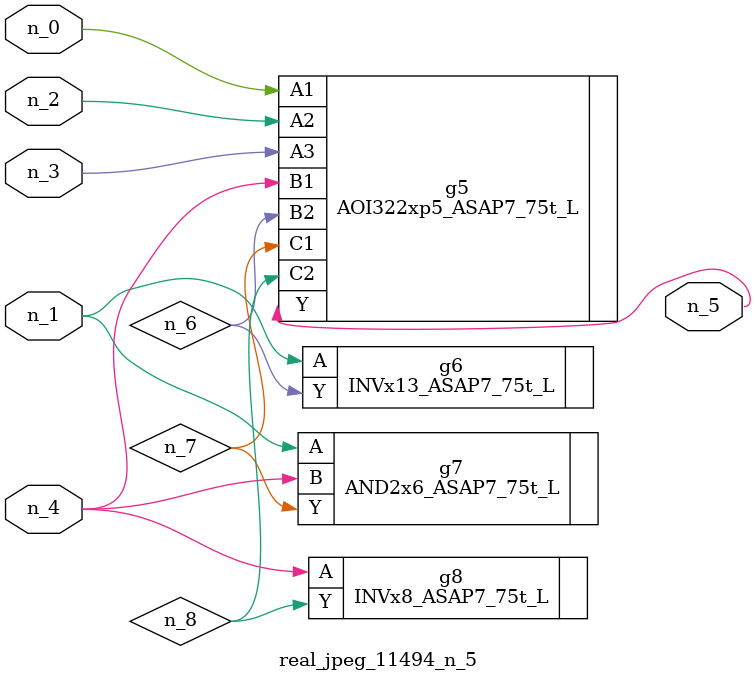
<source format=v>
module real_jpeg_11494_n_5 (n_4, n_0, n_1, n_2, n_3, n_5);

input n_4;
input n_0;
input n_1;
input n_2;
input n_3;

output n_5;

wire n_8;
wire n_6;
wire n_7;

AOI322xp5_ASAP7_75t_L g5 ( 
.A1(n_0),
.A2(n_2),
.A3(n_3),
.B1(n_4),
.B2(n_6),
.C1(n_7),
.C2(n_8),
.Y(n_5)
);

INVx13_ASAP7_75t_L g6 ( 
.A(n_1),
.Y(n_6)
);

AND2x6_ASAP7_75t_L g7 ( 
.A(n_1),
.B(n_4),
.Y(n_7)
);

INVx8_ASAP7_75t_L g8 ( 
.A(n_4),
.Y(n_8)
);


endmodule
</source>
